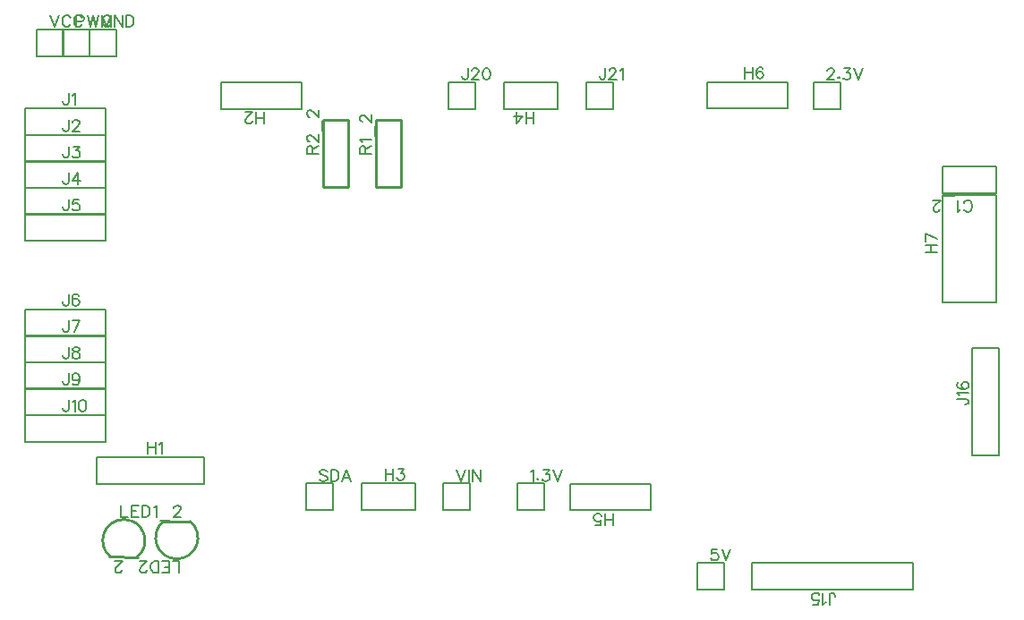
<source format=gto>
G04 Layer: TopSilkscreenLayer*
G04 EasyEDA v6.5.23, 2023-04-11 13:10:04*
G04 4efd93ceb8f34c36969e8f1cf74d4a79,5f8968b253fc4aed9fc2cb8881c97923,10*
G04 Gerber Generator version 0.2*
G04 Scale: 100 percent, Rotated: No, Reflected: No *
G04 Dimensions in inches *
G04 leading zeros omitted , absolute positions ,3 integer and 6 decimal *
%FSLAX36Y36*%
%MOIN*%

%ADD10C,0.0060*%
%ADD11C,0.0080*%
%ADD12C,0.0080*%
%ADD13C,0.0079*%
%ADD14C,0.0100*%
%ADD15C,0.0126*%

%LPD*%
D10*
X2244089Y447530D02*
G01*
X2248190Y449630D01*
X2254290Y455729D01*
X2254290Y412829D01*
X2269889Y423029D02*
G01*
X2267790Y420929D01*
X2269889Y418930D01*
X2271890Y420929D01*
X2269889Y423029D01*
X2289489Y455729D02*
G01*
X2311989Y455729D01*
X2299690Y439329D01*
X2305889Y439329D01*
X2309989Y437330D01*
X2311989Y435329D01*
X2314089Y429130D01*
X2314089Y425030D01*
X2311989Y418930D01*
X2307889Y414830D01*
X2301790Y412829D01*
X2295590Y412829D01*
X2289489Y414830D01*
X2287489Y416829D01*
X2285389Y420929D01*
X2327590Y455729D02*
G01*
X2343890Y412829D01*
X2360290Y455729D02*
G01*
X2343890Y412829D01*
X3348450Y1941590D02*
G01*
X3348450Y1943589D01*
X3350550Y1947689D01*
X3352550Y1949789D01*
X3356649Y1951790D01*
X3364849Y1951790D01*
X3368950Y1949789D01*
X3370950Y1947689D01*
X3373050Y1943589D01*
X3373050Y1939490D01*
X3370950Y1935390D01*
X3366949Y1929290D01*
X3346450Y1908890D01*
X3375050Y1908890D01*
X3390649Y1919090D02*
G01*
X3388549Y1916990D01*
X3390649Y1914989D01*
X3392650Y1916990D01*
X3390649Y1919090D01*
X3410249Y1951790D02*
G01*
X3432749Y1951790D01*
X3420450Y1935390D01*
X3426649Y1935390D01*
X3430749Y1933389D01*
X3432749Y1931390D01*
X3434849Y1925189D01*
X3434849Y1921089D01*
X3432749Y1914989D01*
X3428649Y1910889D01*
X3422550Y1908890D01*
X3416450Y1908890D01*
X3410249Y1910889D01*
X3408249Y1912890D01*
X3406149Y1916990D01*
X3448350Y1951790D02*
G01*
X3464650Y1908890D01*
X3481049Y1951790D02*
G01*
X3464650Y1908890D01*
X2937879Y160455D02*
G01*
X2917479Y160455D01*
X2915379Y142055D01*
X2917479Y144054D01*
X2923580Y146154D01*
X2929780Y146154D01*
X2935879Y144054D01*
X2939979Y140055D01*
X2941980Y133854D01*
X2941980Y129755D01*
X2939979Y123654D01*
X2935879Y119555D01*
X2929780Y117555D01*
X2923580Y117555D01*
X2917479Y119555D01*
X2915379Y121554D01*
X2913379Y125655D01*
X2955479Y160455D02*
G01*
X2971880Y117555D01*
X2988280Y160455D02*
G01*
X2971880Y117555D01*
X680304Y2138440D02*
G01*
X678204Y2142539D01*
X674104Y2146640D01*
X670104Y2148640D01*
X661905Y2148640D01*
X657804Y2146640D01*
X653704Y2142539D01*
X651604Y2138440D01*
X649605Y2132240D01*
X649605Y2122040D01*
X651604Y2115940D01*
X653704Y2111840D01*
X657804Y2107739D01*
X661905Y2105740D01*
X670104Y2105740D01*
X674104Y2107739D01*
X678204Y2111840D01*
X680304Y2115940D01*
X680304Y2122040D01*
X670104Y2122040D02*
G01*
X680304Y2122040D01*
X693805Y2148640D02*
G01*
X693805Y2105740D01*
X693805Y2148640D02*
G01*
X722404Y2105740D01*
X722404Y2148640D02*
G01*
X722404Y2105740D01*
X735904Y2148640D02*
G01*
X735904Y2105740D01*
X735904Y2148640D02*
G01*
X750205Y2148640D01*
X756404Y2146640D01*
X760505Y2142539D01*
X762505Y2138440D01*
X764605Y2132240D01*
X764605Y2122040D01*
X762505Y2115940D01*
X760505Y2111840D01*
X756404Y2107739D01*
X750205Y2105740D01*
X735904Y2105740D01*
X2008684Y1951790D02*
G01*
X2008684Y1919090D01*
X2006584Y1912890D01*
X2004584Y1910889D01*
X2000484Y1908890D01*
X1996385Y1908890D01*
X1992285Y1910889D01*
X1990185Y1912890D01*
X1988185Y1919090D01*
X1988185Y1923189D01*
X2024184Y1941590D02*
G01*
X2024184Y1943589D01*
X2026184Y1947689D01*
X2028284Y1949789D01*
X2032385Y1951790D01*
X2040585Y1951790D01*
X2044684Y1949789D01*
X2046684Y1947689D01*
X2048684Y1943589D01*
X2048684Y1939490D01*
X2046684Y1935390D01*
X2042584Y1929290D01*
X2022184Y1908890D01*
X2050784Y1908890D01*
X2076584Y1951790D02*
G01*
X2070384Y1949789D01*
X2066284Y1943589D01*
X2064284Y1933389D01*
X2064284Y1927289D01*
X2066284Y1916990D01*
X2070384Y1910889D01*
X2076584Y1908890D01*
X2080685Y1908890D01*
X2086784Y1910889D01*
X2090884Y1916990D01*
X2092884Y1927289D01*
X2092884Y1933389D01*
X2090884Y1943589D01*
X2086784Y1949789D01*
X2080685Y1951790D01*
X2076584Y1951790D01*
X2520495Y1951790D02*
G01*
X2520495Y1919090D01*
X2518395Y1912890D01*
X2516395Y1910889D01*
X2512295Y1908890D01*
X2508194Y1908890D01*
X2504094Y1910889D01*
X2501994Y1912890D01*
X2499994Y1919090D01*
X2499994Y1923189D01*
X2535995Y1941590D02*
G01*
X2535995Y1943589D01*
X2537995Y1947689D01*
X2540095Y1949789D01*
X2544194Y1951790D01*
X2552394Y1951790D01*
X2556495Y1949789D01*
X2558495Y1947689D01*
X2560495Y1943589D01*
X2560495Y1939490D01*
X2558495Y1935390D01*
X2554395Y1929290D01*
X2533995Y1908890D01*
X2562595Y1908890D01*
X2576094Y1943589D02*
G01*
X2580195Y1945689D01*
X2586295Y1951790D01*
X2586295Y1908890D01*
X551179Y2148640D02*
G01*
X551179Y2105740D01*
X551179Y2148640D02*
G01*
X569580Y2148640D01*
X575680Y2146640D01*
X577779Y2144540D01*
X579780Y2140439D01*
X579780Y2134340D01*
X577779Y2130239D01*
X575680Y2128240D01*
X569580Y2126140D01*
X551179Y2126140D01*
X593279Y2148640D02*
G01*
X603580Y2105740D01*
X613780Y2148640D02*
G01*
X603580Y2105740D01*
X613780Y2148640D02*
G01*
X623980Y2105740D01*
X634180Y2148640D02*
G01*
X623980Y2105740D01*
X647680Y2148640D02*
G01*
X647680Y2105740D01*
X647680Y2148640D02*
G01*
X664079Y2105740D01*
X680479Y2148640D02*
G01*
X664079Y2105740D01*
X680479Y2148640D02*
G01*
X680479Y2105740D01*
X1485290Y449630D02*
G01*
X1481189Y453730D01*
X1475090Y455729D01*
X1466890Y455729D01*
X1460789Y453730D01*
X1456689Y449630D01*
X1456689Y445529D01*
X1458689Y441430D01*
X1460789Y439329D01*
X1464889Y437330D01*
X1477190Y433229D01*
X1481189Y431230D01*
X1483289Y429130D01*
X1485290Y425030D01*
X1485290Y418930D01*
X1481189Y414830D01*
X1475090Y412829D01*
X1466890Y412829D01*
X1460789Y414830D01*
X1456689Y418930D01*
X1498789Y455729D02*
G01*
X1498789Y412829D01*
X1498789Y455729D02*
G01*
X1513190Y455729D01*
X1519290Y453730D01*
X1523389Y449630D01*
X1525389Y445529D01*
X1527489Y439329D01*
X1527489Y429130D01*
X1525389Y423029D01*
X1523389Y418930D01*
X1519290Y414830D01*
X1513190Y412829D01*
X1498789Y412829D01*
X1557290Y455729D02*
G01*
X1540990Y412829D01*
X1557290Y455729D02*
G01*
X1573689Y412829D01*
X1547089Y427130D02*
G01*
X1567590Y427130D01*
X452755Y2148640D02*
G01*
X469155Y2105740D01*
X485455Y2148640D02*
G01*
X469155Y2105740D01*
X529654Y2138440D02*
G01*
X527654Y2142539D01*
X523555Y2146640D01*
X519454Y2148640D01*
X511255Y2148640D01*
X507154Y2146640D01*
X503054Y2142539D01*
X501055Y2138440D01*
X498955Y2132240D01*
X498955Y2122040D01*
X501055Y2115940D01*
X503054Y2111840D01*
X507154Y2107739D01*
X511255Y2105740D01*
X519454Y2105740D01*
X523555Y2107739D01*
X527654Y2111840D01*
X529654Y2115940D01*
X573854Y2138440D02*
G01*
X571754Y2142539D01*
X567755Y2146640D01*
X563654Y2148640D01*
X555455Y2148640D01*
X551354Y2146640D01*
X547255Y2142539D01*
X545255Y2138440D01*
X543155Y2132240D01*
X543155Y2122040D01*
X545255Y2115940D01*
X547255Y2111840D01*
X551354Y2107739D01*
X555455Y2105740D01*
X563654Y2105740D01*
X567755Y2107739D01*
X571754Y2111840D01*
X573854Y2115940D01*
X1968500Y455729D02*
G01*
X1984899Y412829D01*
X2001199Y455729D02*
G01*
X1984899Y412829D01*
X2014700Y455729D02*
G01*
X2014700Y412829D01*
X2028199Y455729D02*
G01*
X2028199Y412829D01*
X2028199Y455729D02*
G01*
X2056899Y412829D01*
X2056899Y455729D02*
G01*
X2056899Y412829D01*
X3856244Y1427229D02*
G01*
X3858344Y1423130D01*
X3862444Y1419029D01*
X3866445Y1417029D01*
X3874645Y1417029D01*
X3878744Y1419029D01*
X3882844Y1423130D01*
X3884944Y1427229D01*
X3886944Y1433429D01*
X3886944Y1443629D01*
X3884944Y1449729D01*
X3882844Y1453829D01*
X3878744Y1457930D01*
X3874645Y1459929D01*
X3866445Y1459929D01*
X3862444Y1457930D01*
X3858344Y1453829D01*
X3856244Y1449729D01*
X3842745Y1425230D02*
G01*
X3838644Y1423130D01*
X3832545Y1417029D01*
X3832545Y1459929D01*
X3819044Y1474330D02*
G01*
X3782245Y1474330D01*
X3766644Y1427229D02*
G01*
X3766644Y1425230D01*
X3764645Y1421129D01*
X3762545Y1419029D01*
X3758445Y1417029D01*
X3750344Y1417029D01*
X3746244Y1419029D01*
X3744144Y1421129D01*
X3742145Y1425230D01*
X3742145Y1429330D01*
X3744144Y1433429D01*
X3748244Y1439529D01*
X3768744Y1459929D01*
X3740045Y1459929D01*
X816769Y558155D02*
G01*
X816769Y515255D01*
X845370Y558155D02*
G01*
X845370Y515255D01*
X816769Y537755D02*
G01*
X845370Y537755D01*
X858869Y549954D02*
G01*
X862969Y552055D01*
X869170Y558155D01*
X869170Y515255D01*
X1250155Y1744989D02*
G01*
X1250155Y1787890D01*
X1221554Y1744989D02*
G01*
X1221554Y1787890D01*
X1250155Y1765390D02*
G01*
X1221554Y1765390D01*
X1205955Y1755189D02*
G01*
X1205955Y1753189D01*
X1203954Y1749090D01*
X1201854Y1746990D01*
X1197754Y1744989D01*
X1189655Y1744989D01*
X1185555Y1746990D01*
X1183455Y1749090D01*
X1181454Y1753189D01*
X1181454Y1757289D01*
X1183455Y1761390D01*
X1187555Y1767489D01*
X1208055Y1787890D01*
X1179354Y1787890D01*
X2549364Y248930D02*
G01*
X2549364Y291829D01*
X2520765Y248930D02*
G01*
X2520765Y291829D01*
X2549364Y269329D02*
G01*
X2520765Y269329D01*
X2482664Y248930D02*
G01*
X2503164Y248930D01*
X2505164Y267330D01*
X2503164Y265329D01*
X2496965Y263229D01*
X2490865Y263229D01*
X2484764Y265329D01*
X2480664Y269329D01*
X2478564Y275529D01*
X2478564Y279630D01*
X2480664Y285729D01*
X2484764Y289830D01*
X2490865Y291829D01*
X2496965Y291829D01*
X2503164Y289830D01*
X2505164Y287829D01*
X2507264Y283730D01*
X3041175Y1955790D02*
G01*
X3041175Y1912890D01*
X3069774Y1955790D02*
G01*
X3069774Y1912890D01*
X3041175Y1935390D02*
G01*
X3069774Y1935390D01*
X3107875Y1949690D02*
G01*
X3105775Y1953789D01*
X3099674Y1955790D01*
X3095574Y1955790D01*
X3089475Y1953789D01*
X3085375Y1947590D01*
X3083275Y1937390D01*
X3083275Y1927190D01*
X3085375Y1918989D01*
X3089475Y1914890D01*
X3095574Y1912890D01*
X3097674Y1912890D01*
X3103774Y1914890D01*
X3107875Y1918989D01*
X3109875Y1925090D01*
X3109875Y1927190D01*
X3107875Y1933290D01*
X3103774Y1937390D01*
X3097674Y1939389D01*
X3095574Y1939389D01*
X3089475Y1937390D01*
X3085375Y1933290D01*
X3083275Y1927190D01*
X1702595Y459729D02*
G01*
X1702595Y416829D01*
X1731194Y459729D02*
G01*
X1731194Y416829D01*
X1702595Y439329D02*
G01*
X1731194Y439329D01*
X1748795Y459729D02*
G01*
X1771295Y459729D01*
X1759094Y443330D01*
X1765195Y443330D01*
X1769295Y441329D01*
X1771295Y439329D01*
X1773395Y433130D01*
X1773395Y429029D01*
X1771295Y422930D01*
X1767195Y418829D01*
X1761094Y416829D01*
X1754994Y416829D01*
X1748795Y418829D01*
X1746795Y420830D01*
X1744695Y424929D01*
X2254089Y1744989D02*
G01*
X2254089Y1787890D01*
X2225490Y1744989D02*
G01*
X2225490Y1787890D01*
X2254089Y1765390D02*
G01*
X2225490Y1765390D01*
X2191490Y1744989D02*
G01*
X2211989Y1773589D01*
X2181289Y1773589D01*
X2191490Y1744989D02*
G01*
X2191490Y1787890D01*
X3712545Y1264524D02*
G01*
X3755444Y1264524D01*
X3712545Y1293125D02*
G01*
X3755444Y1293125D01*
X3732944Y1264524D02*
G01*
X3732944Y1293125D01*
X3712545Y1335324D02*
G01*
X3755444Y1314825D01*
X3712545Y1306624D02*
G01*
X3712545Y1335324D01*
X522310Y1857364D02*
G01*
X522310Y1824665D01*
X520210Y1818465D01*
X518209Y1816464D01*
X514110Y1814465D01*
X510010Y1814465D01*
X505909Y1816464D01*
X503809Y1818465D01*
X501810Y1824665D01*
X501810Y1828764D01*
X535810Y1849164D02*
G01*
X539810Y1851264D01*
X546010Y1857364D01*
X546010Y1814465D01*
X522310Y1758939D02*
G01*
X522310Y1726239D01*
X520210Y1720039D01*
X518209Y1718040D01*
X514110Y1716039D01*
X510010Y1716039D01*
X505909Y1718040D01*
X503809Y1720039D01*
X501810Y1726239D01*
X501810Y1730340D01*
X537809Y1748739D02*
G01*
X537809Y1750740D01*
X539810Y1754839D01*
X541909Y1756939D01*
X546010Y1758939D01*
X554209Y1758939D01*
X558310Y1756939D01*
X560309Y1754839D01*
X562310Y1750740D01*
X562310Y1746640D01*
X560309Y1742539D01*
X556210Y1736439D01*
X535810Y1716039D01*
X564409Y1716039D01*
X522310Y1660515D02*
G01*
X522310Y1627815D01*
X520210Y1621615D01*
X518209Y1619614D01*
X514110Y1617615D01*
X510010Y1617615D01*
X505909Y1619614D01*
X503809Y1621615D01*
X501810Y1627815D01*
X501810Y1631914D01*
X539810Y1660515D02*
G01*
X562310Y1660515D01*
X550109Y1644115D01*
X556210Y1644115D01*
X560309Y1642114D01*
X562310Y1640115D01*
X564409Y1633915D01*
X564409Y1629814D01*
X562310Y1623715D01*
X558310Y1619614D01*
X552109Y1617615D01*
X546010Y1617615D01*
X539810Y1619614D01*
X537809Y1621615D01*
X535810Y1625715D01*
X522310Y1562089D02*
G01*
X522310Y1529389D01*
X520210Y1523189D01*
X518209Y1521190D01*
X514110Y1519189D01*
X510010Y1519189D01*
X505909Y1521190D01*
X503809Y1523189D01*
X501810Y1529389D01*
X501810Y1533490D01*
X556210Y1562089D02*
G01*
X535810Y1533490D01*
X566410Y1533490D01*
X556210Y1562089D02*
G01*
X556210Y1519189D01*
X522310Y1463665D02*
G01*
X522310Y1430965D01*
X520210Y1424765D01*
X518209Y1422764D01*
X514110Y1420765D01*
X510010Y1420765D01*
X505909Y1422764D01*
X503809Y1424765D01*
X501810Y1430965D01*
X501810Y1435064D01*
X560309Y1463665D02*
G01*
X539810Y1463665D01*
X537809Y1445264D01*
X539810Y1447265D01*
X546010Y1449364D01*
X552109Y1449364D01*
X558310Y1447265D01*
X562310Y1443265D01*
X564409Y1437064D01*
X564409Y1432964D01*
X562310Y1426864D01*
X558310Y1422764D01*
X552109Y1420765D01*
X546010Y1420765D01*
X539810Y1422764D01*
X537809Y1424765D01*
X535810Y1428865D01*
X522310Y1109335D02*
G01*
X522310Y1076635D01*
X520210Y1070435D01*
X518209Y1068434D01*
X514110Y1066435D01*
X510010Y1066435D01*
X505909Y1068434D01*
X503809Y1070435D01*
X501810Y1076635D01*
X501810Y1080734D01*
X560309Y1103234D02*
G01*
X558310Y1107334D01*
X552109Y1109335D01*
X548009Y1109335D01*
X541909Y1107334D01*
X537809Y1101134D01*
X535810Y1090934D01*
X535810Y1080734D01*
X537809Y1072534D01*
X541909Y1068434D01*
X548009Y1066435D01*
X550109Y1066435D01*
X556210Y1068434D01*
X560309Y1072534D01*
X562310Y1078634D01*
X562310Y1080734D01*
X560309Y1086835D01*
X556210Y1090934D01*
X550109Y1092935D01*
X548009Y1092935D01*
X541909Y1090934D01*
X537809Y1086835D01*
X535810Y1080734D01*
X522310Y1010909D02*
G01*
X522310Y978209D01*
X520210Y972010D01*
X518209Y970010D01*
X514110Y968009D01*
X510010Y968009D01*
X505909Y970010D01*
X503809Y972010D01*
X501810Y978209D01*
X501810Y982310D01*
X564409Y1010909D02*
G01*
X543910Y968009D01*
X535810Y1010909D02*
G01*
X564409Y1010909D01*
X522310Y912485D02*
G01*
X522310Y879785D01*
X520210Y873584D01*
X518209Y871585D01*
X514110Y869585D01*
X510010Y869585D01*
X505909Y871585D01*
X503809Y873584D01*
X501810Y879785D01*
X501810Y883885D01*
X546010Y912485D02*
G01*
X539810Y910484D01*
X537809Y906385D01*
X537809Y902285D01*
X539810Y898184D01*
X543910Y896084D01*
X552109Y894085D01*
X558310Y892085D01*
X562310Y887984D01*
X564409Y883885D01*
X564409Y877685D01*
X562310Y873584D01*
X560309Y871585D01*
X554209Y869585D01*
X546010Y869585D01*
X539810Y871585D01*
X537809Y873584D01*
X535810Y877685D01*
X535810Y883885D01*
X537809Y887984D01*
X541909Y892085D01*
X548009Y894085D01*
X556210Y896084D01*
X560309Y898184D01*
X562310Y902285D01*
X562310Y906385D01*
X560309Y910484D01*
X554209Y912485D01*
X546010Y912485D01*
X522310Y814059D02*
G01*
X522310Y781359D01*
X520210Y775160D01*
X518209Y773159D01*
X514110Y771159D01*
X510010Y771159D01*
X505909Y773159D01*
X503809Y775160D01*
X501810Y781359D01*
X501810Y785459D01*
X562310Y799760D02*
G01*
X560309Y793659D01*
X556210Y789560D01*
X550109Y787460D01*
X548009Y787460D01*
X541909Y789560D01*
X537809Y793659D01*
X535810Y799760D01*
X535810Y801759D01*
X537809Y807959D01*
X541909Y812060D01*
X548009Y814059D01*
X550109Y814059D01*
X556210Y812060D01*
X560309Y807959D01*
X562310Y799760D01*
X562310Y789560D01*
X560309Y779259D01*
X556210Y773159D01*
X550109Y771159D01*
X546010Y771159D01*
X539810Y773159D01*
X537809Y777260D01*
X522310Y715635D02*
G01*
X522310Y682935D01*
X520210Y676734D01*
X518209Y674735D01*
X514110Y672734D01*
X510010Y672734D01*
X505909Y674735D01*
X503809Y676734D01*
X501810Y682935D01*
X501810Y687035D01*
X535810Y707435D02*
G01*
X539810Y709535D01*
X546010Y715635D01*
X546010Y672734D01*
X571810Y715635D02*
G01*
X565610Y713634D01*
X561509Y707435D01*
X559510Y697235D01*
X559510Y691134D01*
X561509Y680835D01*
X565610Y674735D01*
X571810Y672734D01*
X575810Y672734D01*
X582010Y674735D01*
X586109Y680835D01*
X588110Y691134D01*
X588110Y697235D01*
X586109Y707435D01*
X582010Y713634D01*
X575810Y715635D01*
X571810Y715635D01*
X3355635Y-46345D02*
G01*
X3355635Y-13645D01*
X3357735Y-7444D01*
X3359735Y-5444D01*
X3363834Y-3445D01*
X3367934Y-3445D01*
X3372034Y-5444D01*
X3374134Y-7444D01*
X3376135Y-13645D01*
X3376135Y-17744D01*
X3342134Y-38144D02*
G01*
X3338135Y-40244D01*
X3331935Y-46345D01*
X3331935Y-3445D01*
X3293935Y-46345D02*
G01*
X3314335Y-46345D01*
X3316435Y-27944D01*
X3314335Y-29944D01*
X3308235Y-32044D01*
X3302134Y-32044D01*
X3295934Y-29944D01*
X3291835Y-25945D01*
X3289835Y-19744D01*
X3289835Y-15644D01*
X3291835Y-9544D01*
X3295934Y-5444D01*
X3302134Y-3445D01*
X3308235Y-3445D01*
X3314335Y-5444D01*
X3316435Y-7444D01*
X3318434Y-11545D01*
X3831599Y719160D02*
G01*
X3864300Y719160D01*
X3870500Y717060D01*
X3872500Y715059D01*
X3874499Y710960D01*
X3874499Y706860D01*
X3872500Y702759D01*
X3870500Y700659D01*
X3864300Y698659D01*
X3860200Y698659D01*
X3839799Y732660D02*
G01*
X3837700Y736660D01*
X3831599Y742860D01*
X3874499Y742860D01*
X3837700Y780859D02*
G01*
X3833599Y778859D01*
X3831599Y772660D01*
X3831599Y768659D01*
X3833599Y762460D01*
X3839799Y758359D01*
X3850000Y756359D01*
X3860200Y756359D01*
X3868400Y758359D01*
X3872500Y762460D01*
X3874499Y768659D01*
X3874499Y770659D01*
X3872500Y776759D01*
X3868400Y780859D01*
X3862299Y782959D01*
X3860200Y782959D01*
X3854099Y780859D01*
X3850000Y776759D01*
X3848000Y770659D01*
X3848000Y768659D01*
X3850000Y762460D01*
X3854099Y758359D01*
X3860200Y756359D01*
X718344Y322249D02*
G01*
X718344Y279349D01*
X718344Y279349D02*
G01*
X742845Y279349D01*
X756345Y322249D02*
G01*
X756345Y279349D01*
X756345Y322249D02*
G01*
X782944Y322249D01*
X756345Y301849D02*
G01*
X772745Y301849D01*
X756345Y279349D02*
G01*
X782944Y279349D01*
X796445Y322249D02*
G01*
X796445Y279349D01*
X796445Y322249D02*
G01*
X810844Y322249D01*
X816944Y320250D01*
X821045Y316149D01*
X823045Y312049D01*
X825145Y305850D01*
X825145Y295650D01*
X823045Y289549D01*
X821045Y285450D01*
X816944Y281350D01*
X810844Y279349D01*
X796445Y279349D01*
X838644Y314050D02*
G01*
X842745Y316149D01*
X848845Y322249D01*
X848845Y279349D01*
X862344Y264949D02*
G01*
X899144Y264949D01*
X914745Y312049D02*
G01*
X914745Y314050D01*
X916745Y318150D01*
X918845Y320250D01*
X922844Y322249D01*
X931045Y322249D01*
X935145Y320250D01*
X937245Y318150D01*
X939245Y314050D01*
X939245Y309949D01*
X937245Y305850D01*
X933145Y299749D01*
X912645Y279349D01*
X941345Y279349D01*
X935195Y71449D02*
G01*
X935195Y114349D01*
X935195Y114349D02*
G01*
X910694Y114349D01*
X897195Y71449D02*
G01*
X897195Y114349D01*
X897195Y71449D02*
G01*
X870595Y71449D01*
X897195Y91849D02*
G01*
X880794Y91849D01*
X897195Y114349D02*
G01*
X870595Y114349D01*
X857094Y71449D02*
G01*
X857094Y114349D01*
X857094Y71449D02*
G01*
X842695Y71449D01*
X836594Y73449D01*
X832494Y77550D01*
X830495Y81649D01*
X828395Y87849D01*
X828395Y98049D01*
X830495Y104149D01*
X832494Y108249D01*
X836594Y112350D01*
X842695Y114349D01*
X857094Y114349D01*
X812894Y81649D02*
G01*
X812894Y79650D01*
X810794Y75549D01*
X808795Y73449D01*
X804695Y71449D01*
X796495Y71449D01*
X792394Y73449D01*
X790394Y75549D01*
X788294Y79650D01*
X788294Y83750D01*
X790394Y87849D01*
X794494Y93949D01*
X814894Y114349D01*
X786295Y114349D01*
X772794Y128750D02*
G01*
X735994Y128750D01*
X720394Y81649D02*
G01*
X720394Y79650D01*
X718395Y75549D01*
X716295Y73449D01*
X712195Y71449D01*
X704095Y71449D01*
X699994Y73449D01*
X697894Y75549D01*
X695895Y79650D01*
X695895Y83750D01*
X697894Y87849D01*
X701995Y93949D01*
X722494Y114349D01*
X693795Y114349D01*
X1607195Y1633854D02*
G01*
X1650095Y1633854D01*
X1607195Y1633854D02*
G01*
X1607195Y1652255D01*
X1609194Y1658355D01*
X1611295Y1660455D01*
X1615394Y1662455D01*
X1619494Y1662455D01*
X1623594Y1660455D01*
X1625595Y1658355D01*
X1627595Y1652255D01*
X1627595Y1633854D01*
X1627595Y1648155D02*
G01*
X1650095Y1662455D01*
X1615394Y1675954D02*
G01*
X1613294Y1680055D01*
X1607195Y1686255D01*
X1650095Y1686255D01*
X1664494Y1699755D02*
G01*
X1664494Y1736554D01*
X1617394Y1752055D02*
G01*
X1615394Y1752055D01*
X1611295Y1754155D01*
X1609194Y1756154D01*
X1607195Y1760255D01*
X1607195Y1768454D01*
X1609194Y1772555D01*
X1611295Y1774555D01*
X1615394Y1776655D01*
X1619494Y1776655D01*
X1623594Y1774555D01*
X1629695Y1770455D01*
X1650095Y1750055D01*
X1650095Y1778654D01*
X1410344Y1633854D02*
G01*
X1453244Y1633854D01*
X1410344Y1633854D02*
G01*
X1410344Y1652255D01*
X1412344Y1658355D01*
X1414444Y1660455D01*
X1418545Y1662455D01*
X1422645Y1662455D01*
X1426745Y1660455D01*
X1428744Y1658355D01*
X1430744Y1652255D01*
X1430744Y1633854D01*
X1430744Y1648155D02*
G01*
X1453244Y1662455D01*
X1420545Y1678054D02*
G01*
X1418545Y1678054D01*
X1414444Y1680055D01*
X1412344Y1682154D01*
X1410344Y1686255D01*
X1410344Y1694355D01*
X1412344Y1698454D01*
X1414444Y1700554D01*
X1418545Y1702555D01*
X1422645Y1702555D01*
X1426745Y1700554D01*
X1432844Y1696455D01*
X1453244Y1675954D01*
X1453244Y1704654D01*
X1467645Y1718155D02*
G01*
X1467645Y1754955D01*
X1420545Y1770455D02*
G01*
X1418545Y1770455D01*
X1414444Y1772555D01*
X1412344Y1774555D01*
X1410344Y1778654D01*
X1410344Y1786855D01*
X1412344Y1790954D01*
X1414444Y1792955D01*
X1418545Y1795055D01*
X1422645Y1795055D01*
X1426745Y1792955D01*
X1432844Y1788854D01*
X1453244Y1768454D01*
X1453244Y1797055D01*
D11*
X2294089Y304329D02*
G01*
X2194089Y304329D01*
X2194089Y404329D01*
X2294089Y404329D01*
X2294089Y329329D01*
D12*
X2294089Y304329D02*
G01*
X2294089Y329329D01*
D11*
X3396450Y1800390D02*
G01*
X3296450Y1800390D01*
X3296450Y1900390D01*
X3396450Y1900390D01*
X3396450Y1825390D01*
D12*
X3396450Y1800390D02*
G01*
X3396450Y1825390D01*
D11*
X2963379Y9054D02*
G01*
X2863379Y9054D01*
X2863379Y109054D01*
X2963379Y109054D01*
X2963379Y34054D01*
D12*
X2963379Y9054D02*
G01*
X2963379Y34054D01*
D11*
X699605Y1997240D02*
G01*
X599605Y1997240D01*
X599605Y2097240D01*
X699605Y2097240D01*
X699605Y2022240D01*
D12*
X699605Y1997240D02*
G01*
X699605Y2022240D01*
D11*
X2038185Y1800390D02*
G01*
X1938185Y1800390D01*
X1938185Y1900390D01*
X2038185Y1900390D01*
X2038185Y1825390D01*
D12*
X2038185Y1800390D02*
G01*
X2038185Y1825390D01*
D11*
X2549994Y1800390D02*
G01*
X2449994Y1800390D01*
X2449994Y1900390D01*
X2549994Y1900390D01*
X2549994Y1825390D01*
D12*
X2549994Y1800390D02*
G01*
X2549994Y1825390D01*
D11*
X601179Y1997240D02*
G01*
X501179Y1997240D01*
X501179Y2097240D01*
X601179Y2097240D01*
X601179Y2022240D01*
D12*
X601179Y1997240D02*
G01*
X601179Y2022240D01*
D11*
X1506689Y304329D02*
G01*
X1406689Y304329D01*
X1406689Y404329D01*
X1506689Y404329D01*
X1506689Y329329D01*
D12*
X1506689Y304329D02*
G01*
X1506689Y329329D01*
D11*
X502755Y1997240D02*
G01*
X402755Y1997240D01*
X402755Y2097240D01*
X502755Y2097240D01*
X502755Y2022240D01*
D12*
X502755Y1997240D02*
G01*
X502755Y2022240D01*
D11*
X2018500Y304329D02*
G01*
X1918500Y304329D01*
X1918500Y404329D01*
X2018500Y404329D01*
X2018500Y329329D01*
D12*
X2018500Y304329D02*
G01*
X2018500Y329329D01*
D13*
X3778045Y1485529D02*
G01*
X3978045Y1485529D01*
X3978045Y1585529D01*
X3778045Y1585529D01*
X3778045Y1485529D01*
D11*
X1026769Y502755D02*
G01*
X1026769Y402755D01*
X626770Y402755D01*
X626770Y502755D01*
X701770Y502755D01*
D12*
X1026769Y502755D02*
G01*
X701770Y502755D01*
D11*
X1190155Y1800390D02*
G01*
X1090155Y1800390D01*
X1090155Y1899389D01*
X1390155Y1899389D01*
X1390155Y1800390D01*
X1190155Y1800390D01*
X2489364Y304329D02*
G01*
X2389364Y304329D01*
X2389364Y403330D01*
X2689364Y403330D01*
X2689364Y304329D01*
X2489364Y304329D01*
X3101175Y1900390D02*
G01*
X3201175Y1900390D01*
X3201175Y1801390D01*
X2901175Y1801390D01*
X2901175Y1900390D01*
X3101175Y1900390D01*
X1812595Y404329D02*
G01*
X1812595Y305329D01*
X1612595Y305329D01*
X1612595Y404329D01*
X1812595Y404329D01*
X2144089Y1800390D02*
G01*
X2144089Y1899389D01*
X2344089Y1899389D01*
X2344089Y1800390D01*
X2144089Y1800390D01*
X3777944Y1079524D02*
G01*
X3977944Y1079524D01*
X3977944Y1479524D01*
X3777944Y1479524D01*
X3777944Y1079524D01*
X436810Y1801965D02*
G01*
X361810Y1801965D01*
X361810Y1701965D01*
X661810Y1701965D01*
X661810Y1801965D01*
D12*
X661810Y1801965D02*
G01*
X436810Y1801965D01*
D11*
X436810Y1703539D02*
G01*
X361810Y1703539D01*
X361810Y1603539D01*
X661810Y1603539D01*
X661810Y1703539D01*
D12*
X661810Y1703539D02*
G01*
X436810Y1703539D01*
D11*
X436810Y1605115D02*
G01*
X361810Y1605115D01*
X361810Y1505115D01*
X661810Y1505115D01*
X661810Y1605115D01*
D12*
X661810Y1605115D02*
G01*
X436810Y1605115D01*
D11*
X436810Y1506689D02*
G01*
X361810Y1506689D01*
X361810Y1406689D01*
X661810Y1406689D01*
X661810Y1506689D01*
D12*
X661810Y1506689D02*
G01*
X436810Y1506689D01*
D11*
X436810Y1408265D02*
G01*
X361810Y1408265D01*
X361810Y1308265D01*
X661810Y1308265D01*
X661810Y1408265D01*
D12*
X661810Y1408265D02*
G01*
X436810Y1408265D01*
D11*
X436810Y1053935D02*
G01*
X361810Y1053935D01*
X361810Y953935D01*
X661810Y953935D01*
X661810Y1053935D01*
D12*
X661810Y1053935D02*
G01*
X436810Y1053935D01*
D11*
X436810Y955509D02*
G01*
X361810Y955509D01*
X361810Y855509D01*
X661810Y855509D01*
X661810Y955509D01*
D12*
X661810Y955509D02*
G01*
X436810Y955509D01*
D11*
X436810Y857085D02*
G01*
X361810Y857085D01*
X361810Y757085D01*
X661810Y757085D01*
X661810Y857085D01*
D12*
X661810Y857085D02*
G01*
X436810Y857085D01*
D11*
X436810Y758659D02*
G01*
X361810Y758659D01*
X361810Y658659D01*
X661810Y658659D01*
X661810Y758659D01*
D12*
X661810Y758659D02*
G01*
X436810Y758659D01*
D11*
X436810Y660234D02*
G01*
X361810Y660234D01*
X361810Y560234D01*
X661810Y560234D01*
X661810Y660234D01*
D12*
X661810Y660234D02*
G01*
X436810Y660234D01*
D11*
X3591135Y9054D02*
G01*
X3666135Y9054D01*
X3666135Y109054D01*
X3066135Y109054D01*
X3066135Y9054D01*
D12*
X3066135Y9054D02*
G01*
X3591135Y9054D01*
D11*
X3886999Y908659D02*
G01*
X3986999Y908659D01*
X3986999Y508659D01*
X3886999Y508659D01*
X3886999Y583659D01*
D12*
X3886999Y908659D02*
G01*
X3886999Y583659D01*
D14*
X678344Y130650D02*
G01*
X778654Y130439D01*
X975195Y263049D02*
G01*
X874885Y263260D01*
X1759594Y1509854D02*
G01*
X1665595Y1509854D01*
X1665595Y1509854D02*
G01*
X1665595Y1757854D01*
X1665595Y1757854D02*
G01*
X1759594Y1757854D01*
X1759594Y1757854D02*
G01*
X1759594Y1509854D01*
X1562745Y1509854D02*
G01*
X1468744Y1509854D01*
X1468744Y1509854D02*
G01*
X1468744Y1757854D01*
X1468744Y1757854D02*
G01*
X1562745Y1757854D01*
X1562745Y1757854D02*
G01*
X1562745Y1509854D01*
G75*
G01*
X778165Y130650D02*
G03*
X678365Y130650I-49900J60910D01*
G75*
G01*
X875375Y263050D02*
G03*
X975175Y263050I49900J-60910D01*
M02*

</source>
